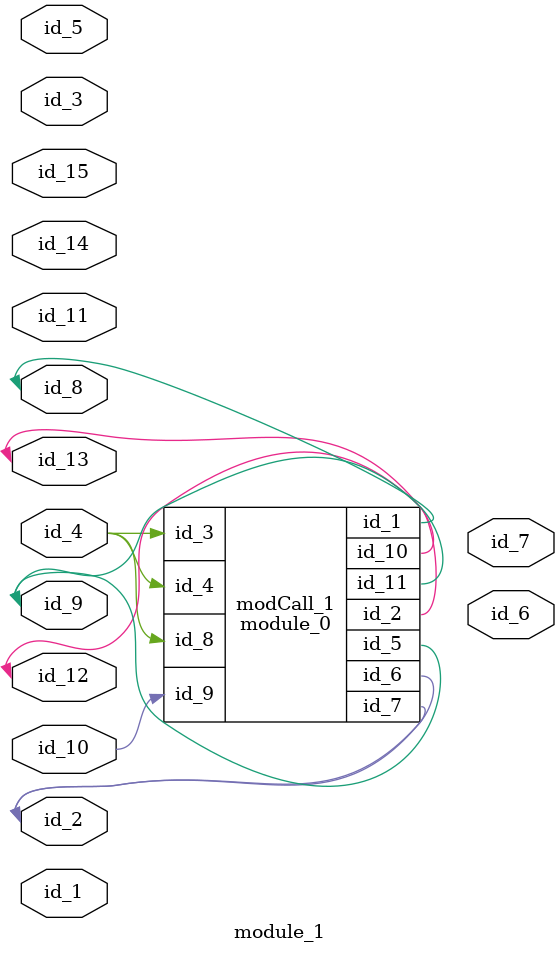
<source format=v>
module module_0 (
    id_1,
    id_2,
    id_3,
    id_4,
    id_5,
    id_6,
    id_7,
    id_8,
    id_9,
    id_10,
    id_11
);
  inout wire id_11;
  inout wire id_10;
  input wire id_9;
  input wire id_8;
  inout wire id_7;
  inout wire id_6;
  output wire id_5;
  input wire id_4;
  input wire id_3;
  output wire id_2;
  output wire id_1;
  wire id_12 = id_11, id_13;
endmodule
module module_1 (
    id_1,
    id_2,
    id_3,
    id_4,
    id_5,
    id_6,
    id_7,
    id_8,
    id_9,
    id_10,
    id_11,
    id_12,
    id_13,
    id_14,
    id_15
);
  inout wire id_15;
  inout wire id_14;
  inout wire id_13;
  inout wire id_12;
  inout wire id_11;
  input wire id_10;
  inout wire id_9;
  inout wire id_8;
  module_0 modCall_1 (
      id_8,
      id_12,
      id_4,
      id_4,
      id_9,
      id_2,
      id_2,
      id_4,
      id_10,
      id_13,
      id_9
  );
  output wire id_7;
  output wire id_6;
  input wire id_5;
  input wire id_4;
  input wire id_3;
  inout wire id_2;
  input wire id_1;
  parameter id_16 = -1;
endmodule

</source>
